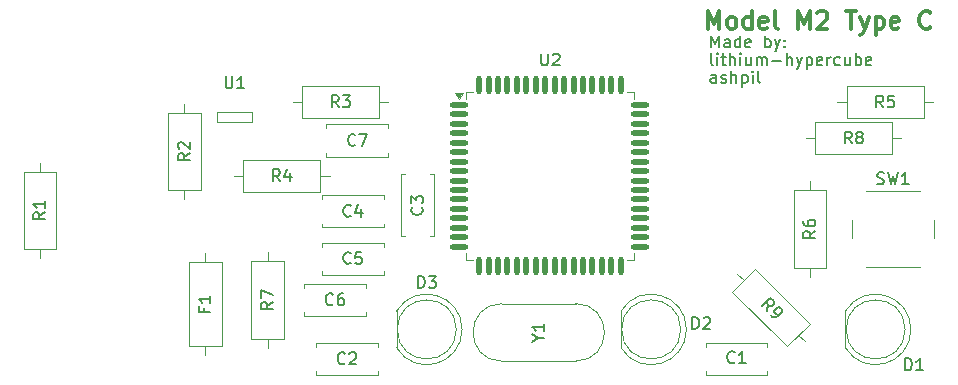
<source format=gbr>
%TF.GenerationSoftware,KiCad,Pcbnew,9.0.2*%
%TF.CreationDate,2025-06-17T12:36:07-07:00*%
%TF.ProjectId,controller,636f6e74-726f-46c6-9c65-722e6b696361,rev?*%
%TF.SameCoordinates,Original*%
%TF.FileFunction,Legend,Top*%
%TF.FilePolarity,Positive*%
%FSLAX46Y46*%
G04 Gerber Fmt 4.6, Leading zero omitted, Abs format (unit mm)*
G04 Created by KiCad (PCBNEW 9.0.2) date 2025-06-17 12:36:07*
%MOMM*%
%LPD*%
G01*
G04 APERTURE LIST*
G04 Aperture macros list*
%AMRoundRect*
0 Rectangle with rounded corners*
0 $1 Rounding radius*
0 $2 $3 $4 $5 $6 $7 $8 $9 X,Y pos of 4 corners*
0 Add a 4 corners polygon primitive as box body*
4,1,4,$2,$3,$4,$5,$6,$7,$8,$9,$2,$3,0*
0 Add four circle primitives for the rounded corners*
1,1,$1+$1,$2,$3*
1,1,$1+$1,$4,$5*
1,1,$1+$1,$6,$7*
1,1,$1+$1,$8,$9*
0 Add four rect primitives between the rounded corners*
20,1,$1+$1,$2,$3,$4,$5,0*
20,1,$1+$1,$4,$5,$6,$7,0*
20,1,$1+$1,$6,$7,$8,$9,0*
20,1,$1+$1,$8,$9,$2,$3,0*%
G04 Aperture macros list end*
%ADD10C,0.153000*%
%ADD11C,0.300000*%
%ADD12C,0.120000*%
%ADD13C,0.100000*%
%ADD14C,1.600000*%
%ADD15R,6.750000X6.000000*%
%ADD16R,1.000000X0.700000*%
%ADD17R,0.600000X0.700000*%
%ADD18C,2.000000*%
%ADD19RoundRect,0.137500X-0.600000X-0.137500X0.600000X-0.137500X0.600000X0.137500X-0.600000X0.137500X0*%
%ADD20RoundRect,0.137500X-0.137500X-0.600000X0.137500X-0.600000X0.137500X0.600000X-0.137500X0.600000X0*%
%ADD21R,1.800000X1.800000*%
%ADD22C,1.800000*%
%ADD23C,1.500000*%
%ADD24C,0.650000*%
%ADD25R,0.600000X2.450000*%
%ADD26R,0.300000X2.450000*%
G04 APERTURE END LIST*
D10*
X160767323Y-79119663D02*
X160767323Y-78595853D01*
X160767323Y-78595853D02*
X160719704Y-78500615D01*
X160719704Y-78500615D02*
X160624466Y-78452996D01*
X160624466Y-78452996D02*
X160433990Y-78452996D01*
X160433990Y-78452996D02*
X160338752Y-78500615D01*
X160767323Y-79072044D02*
X160672085Y-79119663D01*
X160672085Y-79119663D02*
X160433990Y-79119663D01*
X160433990Y-79119663D02*
X160338752Y-79072044D01*
X160338752Y-79072044D02*
X160291133Y-78976805D01*
X160291133Y-78976805D02*
X160291133Y-78881567D01*
X160291133Y-78881567D02*
X160338752Y-78786329D01*
X160338752Y-78786329D02*
X160433990Y-78738710D01*
X160433990Y-78738710D02*
X160672085Y-78738710D01*
X160672085Y-78738710D02*
X160767323Y-78691091D01*
X161195895Y-79072044D02*
X161291133Y-79119663D01*
X161291133Y-79119663D02*
X161481609Y-79119663D01*
X161481609Y-79119663D02*
X161576847Y-79072044D01*
X161576847Y-79072044D02*
X161624466Y-78976805D01*
X161624466Y-78976805D02*
X161624466Y-78929186D01*
X161624466Y-78929186D02*
X161576847Y-78833948D01*
X161576847Y-78833948D02*
X161481609Y-78786329D01*
X161481609Y-78786329D02*
X161338752Y-78786329D01*
X161338752Y-78786329D02*
X161243514Y-78738710D01*
X161243514Y-78738710D02*
X161195895Y-78643472D01*
X161195895Y-78643472D02*
X161195895Y-78595853D01*
X161195895Y-78595853D02*
X161243514Y-78500615D01*
X161243514Y-78500615D02*
X161338752Y-78452996D01*
X161338752Y-78452996D02*
X161481609Y-78452996D01*
X161481609Y-78452996D02*
X161576847Y-78500615D01*
X162053038Y-79119663D02*
X162053038Y-78119663D01*
X162481609Y-79119663D02*
X162481609Y-78595853D01*
X162481609Y-78595853D02*
X162433990Y-78500615D01*
X162433990Y-78500615D02*
X162338752Y-78452996D01*
X162338752Y-78452996D02*
X162195895Y-78452996D01*
X162195895Y-78452996D02*
X162100657Y-78500615D01*
X162100657Y-78500615D02*
X162053038Y-78548234D01*
X162957800Y-78452996D02*
X162957800Y-79452996D01*
X162957800Y-78500615D02*
X163053038Y-78452996D01*
X163053038Y-78452996D02*
X163243514Y-78452996D01*
X163243514Y-78452996D02*
X163338752Y-78500615D01*
X163338752Y-78500615D02*
X163386371Y-78548234D01*
X163386371Y-78548234D02*
X163433990Y-78643472D01*
X163433990Y-78643472D02*
X163433990Y-78929186D01*
X163433990Y-78929186D02*
X163386371Y-79024424D01*
X163386371Y-79024424D02*
X163338752Y-79072044D01*
X163338752Y-79072044D02*
X163243514Y-79119663D01*
X163243514Y-79119663D02*
X163053038Y-79119663D01*
X163053038Y-79119663D02*
X162957800Y-79072044D01*
X163862562Y-79119663D02*
X163862562Y-78452996D01*
X163862562Y-78119663D02*
X163814943Y-78167282D01*
X163814943Y-78167282D02*
X163862562Y-78214901D01*
X163862562Y-78214901D02*
X163910181Y-78167282D01*
X163910181Y-78167282D02*
X163862562Y-78119663D01*
X163862562Y-78119663D02*
X163862562Y-78214901D01*
X164481609Y-79119663D02*
X164386371Y-79072044D01*
X164386371Y-79072044D02*
X164338752Y-78976805D01*
X164338752Y-78976805D02*
X164338752Y-78119663D01*
X160338752Y-76119663D02*
X160338752Y-75119663D01*
X160338752Y-75119663D02*
X160672085Y-75833948D01*
X160672085Y-75833948D02*
X161005418Y-75119663D01*
X161005418Y-75119663D02*
X161005418Y-76119663D01*
X161910180Y-76119663D02*
X161910180Y-75595853D01*
X161910180Y-75595853D02*
X161862561Y-75500615D01*
X161862561Y-75500615D02*
X161767323Y-75452996D01*
X161767323Y-75452996D02*
X161576847Y-75452996D01*
X161576847Y-75452996D02*
X161481609Y-75500615D01*
X161910180Y-76072044D02*
X161814942Y-76119663D01*
X161814942Y-76119663D02*
X161576847Y-76119663D01*
X161576847Y-76119663D02*
X161481609Y-76072044D01*
X161481609Y-76072044D02*
X161433990Y-75976805D01*
X161433990Y-75976805D02*
X161433990Y-75881567D01*
X161433990Y-75881567D02*
X161481609Y-75786329D01*
X161481609Y-75786329D02*
X161576847Y-75738710D01*
X161576847Y-75738710D02*
X161814942Y-75738710D01*
X161814942Y-75738710D02*
X161910180Y-75691091D01*
X162814942Y-76119663D02*
X162814942Y-75119663D01*
X162814942Y-76072044D02*
X162719704Y-76119663D01*
X162719704Y-76119663D02*
X162529228Y-76119663D01*
X162529228Y-76119663D02*
X162433990Y-76072044D01*
X162433990Y-76072044D02*
X162386371Y-76024424D01*
X162386371Y-76024424D02*
X162338752Y-75929186D01*
X162338752Y-75929186D02*
X162338752Y-75643472D01*
X162338752Y-75643472D02*
X162386371Y-75548234D01*
X162386371Y-75548234D02*
X162433990Y-75500615D01*
X162433990Y-75500615D02*
X162529228Y-75452996D01*
X162529228Y-75452996D02*
X162719704Y-75452996D01*
X162719704Y-75452996D02*
X162814942Y-75500615D01*
X163672085Y-76072044D02*
X163576847Y-76119663D01*
X163576847Y-76119663D02*
X163386371Y-76119663D01*
X163386371Y-76119663D02*
X163291133Y-76072044D01*
X163291133Y-76072044D02*
X163243514Y-75976805D01*
X163243514Y-75976805D02*
X163243514Y-75595853D01*
X163243514Y-75595853D02*
X163291133Y-75500615D01*
X163291133Y-75500615D02*
X163386371Y-75452996D01*
X163386371Y-75452996D02*
X163576847Y-75452996D01*
X163576847Y-75452996D02*
X163672085Y-75500615D01*
X163672085Y-75500615D02*
X163719704Y-75595853D01*
X163719704Y-75595853D02*
X163719704Y-75691091D01*
X163719704Y-75691091D02*
X163243514Y-75786329D01*
X164910181Y-76119663D02*
X164910181Y-75119663D01*
X164910181Y-75500615D02*
X165005419Y-75452996D01*
X165005419Y-75452996D02*
X165195895Y-75452996D01*
X165195895Y-75452996D02*
X165291133Y-75500615D01*
X165291133Y-75500615D02*
X165338752Y-75548234D01*
X165338752Y-75548234D02*
X165386371Y-75643472D01*
X165386371Y-75643472D02*
X165386371Y-75929186D01*
X165386371Y-75929186D02*
X165338752Y-76024424D01*
X165338752Y-76024424D02*
X165291133Y-76072044D01*
X165291133Y-76072044D02*
X165195895Y-76119663D01*
X165195895Y-76119663D02*
X165005419Y-76119663D01*
X165005419Y-76119663D02*
X164910181Y-76072044D01*
X165719705Y-75452996D02*
X165957800Y-76119663D01*
X166195895Y-75452996D02*
X165957800Y-76119663D01*
X165957800Y-76119663D02*
X165862562Y-76357758D01*
X165862562Y-76357758D02*
X165814943Y-76405377D01*
X165814943Y-76405377D02*
X165719705Y-76452996D01*
X166576848Y-76024424D02*
X166624467Y-76072044D01*
X166624467Y-76072044D02*
X166576848Y-76119663D01*
X166576848Y-76119663D02*
X166529229Y-76072044D01*
X166529229Y-76072044D02*
X166576848Y-76024424D01*
X166576848Y-76024424D02*
X166576848Y-76119663D01*
X166576848Y-75500615D02*
X166624467Y-75548234D01*
X166624467Y-75548234D02*
X166576848Y-75595853D01*
X166576848Y-75595853D02*
X166529229Y-75548234D01*
X166529229Y-75548234D02*
X166576848Y-75500615D01*
X166576848Y-75500615D02*
X166576848Y-75595853D01*
D11*
X160054510Y-74550828D02*
X160054510Y-73050828D01*
X160054510Y-73050828D02*
X160554510Y-74122257D01*
X160554510Y-74122257D02*
X161054510Y-73050828D01*
X161054510Y-73050828D02*
X161054510Y-74550828D01*
X161983082Y-74550828D02*
X161840225Y-74479400D01*
X161840225Y-74479400D02*
X161768796Y-74407971D01*
X161768796Y-74407971D02*
X161697368Y-74265114D01*
X161697368Y-74265114D02*
X161697368Y-73836542D01*
X161697368Y-73836542D02*
X161768796Y-73693685D01*
X161768796Y-73693685D02*
X161840225Y-73622257D01*
X161840225Y-73622257D02*
X161983082Y-73550828D01*
X161983082Y-73550828D02*
X162197368Y-73550828D01*
X162197368Y-73550828D02*
X162340225Y-73622257D01*
X162340225Y-73622257D02*
X162411654Y-73693685D01*
X162411654Y-73693685D02*
X162483082Y-73836542D01*
X162483082Y-73836542D02*
X162483082Y-74265114D01*
X162483082Y-74265114D02*
X162411654Y-74407971D01*
X162411654Y-74407971D02*
X162340225Y-74479400D01*
X162340225Y-74479400D02*
X162197368Y-74550828D01*
X162197368Y-74550828D02*
X161983082Y-74550828D01*
X163768797Y-74550828D02*
X163768797Y-73050828D01*
X163768797Y-74479400D02*
X163625939Y-74550828D01*
X163625939Y-74550828D02*
X163340225Y-74550828D01*
X163340225Y-74550828D02*
X163197368Y-74479400D01*
X163197368Y-74479400D02*
X163125939Y-74407971D01*
X163125939Y-74407971D02*
X163054511Y-74265114D01*
X163054511Y-74265114D02*
X163054511Y-73836542D01*
X163054511Y-73836542D02*
X163125939Y-73693685D01*
X163125939Y-73693685D02*
X163197368Y-73622257D01*
X163197368Y-73622257D02*
X163340225Y-73550828D01*
X163340225Y-73550828D02*
X163625939Y-73550828D01*
X163625939Y-73550828D02*
X163768797Y-73622257D01*
X165054511Y-74479400D02*
X164911654Y-74550828D01*
X164911654Y-74550828D02*
X164625940Y-74550828D01*
X164625940Y-74550828D02*
X164483082Y-74479400D01*
X164483082Y-74479400D02*
X164411654Y-74336542D01*
X164411654Y-74336542D02*
X164411654Y-73765114D01*
X164411654Y-73765114D02*
X164483082Y-73622257D01*
X164483082Y-73622257D02*
X164625940Y-73550828D01*
X164625940Y-73550828D02*
X164911654Y-73550828D01*
X164911654Y-73550828D02*
X165054511Y-73622257D01*
X165054511Y-73622257D02*
X165125940Y-73765114D01*
X165125940Y-73765114D02*
X165125940Y-73907971D01*
X165125940Y-73907971D02*
X164411654Y-74050828D01*
X165983082Y-74550828D02*
X165840225Y-74479400D01*
X165840225Y-74479400D02*
X165768796Y-74336542D01*
X165768796Y-74336542D02*
X165768796Y-73050828D01*
X167697367Y-74550828D02*
X167697367Y-73050828D01*
X167697367Y-73050828D02*
X168197367Y-74122257D01*
X168197367Y-74122257D02*
X168697367Y-73050828D01*
X168697367Y-73050828D02*
X168697367Y-74550828D01*
X169340225Y-73193685D02*
X169411653Y-73122257D01*
X169411653Y-73122257D02*
X169554511Y-73050828D01*
X169554511Y-73050828D02*
X169911653Y-73050828D01*
X169911653Y-73050828D02*
X170054511Y-73122257D01*
X170054511Y-73122257D02*
X170125939Y-73193685D01*
X170125939Y-73193685D02*
X170197368Y-73336542D01*
X170197368Y-73336542D02*
X170197368Y-73479400D01*
X170197368Y-73479400D02*
X170125939Y-73693685D01*
X170125939Y-73693685D02*
X169268796Y-74550828D01*
X169268796Y-74550828D02*
X170197368Y-74550828D01*
X171768796Y-73050828D02*
X172625939Y-73050828D01*
X172197367Y-74550828D02*
X172197367Y-73050828D01*
X172983081Y-73550828D02*
X173340224Y-74550828D01*
X173697367Y-73550828D02*
X173340224Y-74550828D01*
X173340224Y-74550828D02*
X173197367Y-74907971D01*
X173197367Y-74907971D02*
X173125938Y-74979400D01*
X173125938Y-74979400D02*
X172983081Y-75050828D01*
X174268795Y-73550828D02*
X174268795Y-75050828D01*
X174268795Y-73622257D02*
X174411653Y-73550828D01*
X174411653Y-73550828D02*
X174697367Y-73550828D01*
X174697367Y-73550828D02*
X174840224Y-73622257D01*
X174840224Y-73622257D02*
X174911653Y-73693685D01*
X174911653Y-73693685D02*
X174983081Y-73836542D01*
X174983081Y-73836542D02*
X174983081Y-74265114D01*
X174983081Y-74265114D02*
X174911653Y-74407971D01*
X174911653Y-74407971D02*
X174840224Y-74479400D01*
X174840224Y-74479400D02*
X174697367Y-74550828D01*
X174697367Y-74550828D02*
X174411653Y-74550828D01*
X174411653Y-74550828D02*
X174268795Y-74479400D01*
X176197367Y-74479400D02*
X176054510Y-74550828D01*
X176054510Y-74550828D02*
X175768796Y-74550828D01*
X175768796Y-74550828D02*
X175625938Y-74479400D01*
X175625938Y-74479400D02*
X175554510Y-74336542D01*
X175554510Y-74336542D02*
X175554510Y-73765114D01*
X175554510Y-73765114D02*
X175625938Y-73622257D01*
X175625938Y-73622257D02*
X175768796Y-73550828D01*
X175768796Y-73550828D02*
X176054510Y-73550828D01*
X176054510Y-73550828D02*
X176197367Y-73622257D01*
X176197367Y-73622257D02*
X176268796Y-73765114D01*
X176268796Y-73765114D02*
X176268796Y-73907971D01*
X176268796Y-73907971D02*
X175554510Y-74050828D01*
X178911652Y-74407971D02*
X178840224Y-74479400D01*
X178840224Y-74479400D02*
X178625938Y-74550828D01*
X178625938Y-74550828D02*
X178483081Y-74550828D01*
X178483081Y-74550828D02*
X178268795Y-74479400D01*
X178268795Y-74479400D02*
X178125938Y-74336542D01*
X178125938Y-74336542D02*
X178054509Y-74193685D01*
X178054509Y-74193685D02*
X177983081Y-73907971D01*
X177983081Y-73907971D02*
X177983081Y-73693685D01*
X177983081Y-73693685D02*
X178054509Y-73407971D01*
X178054509Y-73407971D02*
X178125938Y-73265114D01*
X178125938Y-73265114D02*
X178268795Y-73122257D01*
X178268795Y-73122257D02*
X178483081Y-73050828D01*
X178483081Y-73050828D02*
X178625938Y-73050828D01*
X178625938Y-73050828D02*
X178840224Y-73122257D01*
X178840224Y-73122257D02*
X178911652Y-73193685D01*
D10*
X160481609Y-77619663D02*
X160386371Y-77572044D01*
X160386371Y-77572044D02*
X160338752Y-77476805D01*
X160338752Y-77476805D02*
X160338752Y-76619663D01*
X160862562Y-77619663D02*
X160862562Y-76952996D01*
X160862562Y-76619663D02*
X160814943Y-76667282D01*
X160814943Y-76667282D02*
X160862562Y-76714901D01*
X160862562Y-76714901D02*
X160910181Y-76667282D01*
X160910181Y-76667282D02*
X160862562Y-76619663D01*
X160862562Y-76619663D02*
X160862562Y-76714901D01*
X161195895Y-76952996D02*
X161576847Y-76952996D01*
X161338752Y-76619663D02*
X161338752Y-77476805D01*
X161338752Y-77476805D02*
X161386371Y-77572044D01*
X161386371Y-77572044D02*
X161481609Y-77619663D01*
X161481609Y-77619663D02*
X161576847Y-77619663D01*
X161910181Y-77619663D02*
X161910181Y-76619663D01*
X162338752Y-77619663D02*
X162338752Y-77095853D01*
X162338752Y-77095853D02*
X162291133Y-77000615D01*
X162291133Y-77000615D02*
X162195895Y-76952996D01*
X162195895Y-76952996D02*
X162053038Y-76952996D01*
X162053038Y-76952996D02*
X161957800Y-77000615D01*
X161957800Y-77000615D02*
X161910181Y-77048234D01*
X162814943Y-77619663D02*
X162814943Y-76952996D01*
X162814943Y-76619663D02*
X162767324Y-76667282D01*
X162767324Y-76667282D02*
X162814943Y-76714901D01*
X162814943Y-76714901D02*
X162862562Y-76667282D01*
X162862562Y-76667282D02*
X162814943Y-76619663D01*
X162814943Y-76619663D02*
X162814943Y-76714901D01*
X163719704Y-76952996D02*
X163719704Y-77619663D01*
X163291133Y-76952996D02*
X163291133Y-77476805D01*
X163291133Y-77476805D02*
X163338752Y-77572044D01*
X163338752Y-77572044D02*
X163433990Y-77619663D01*
X163433990Y-77619663D02*
X163576847Y-77619663D01*
X163576847Y-77619663D02*
X163672085Y-77572044D01*
X163672085Y-77572044D02*
X163719704Y-77524424D01*
X164195895Y-77619663D02*
X164195895Y-76952996D01*
X164195895Y-77048234D02*
X164243514Y-77000615D01*
X164243514Y-77000615D02*
X164338752Y-76952996D01*
X164338752Y-76952996D02*
X164481609Y-76952996D01*
X164481609Y-76952996D02*
X164576847Y-77000615D01*
X164576847Y-77000615D02*
X164624466Y-77095853D01*
X164624466Y-77095853D02*
X164624466Y-77619663D01*
X164624466Y-77095853D02*
X164672085Y-77000615D01*
X164672085Y-77000615D02*
X164767323Y-76952996D01*
X164767323Y-76952996D02*
X164910180Y-76952996D01*
X164910180Y-76952996D02*
X165005419Y-77000615D01*
X165005419Y-77000615D02*
X165053038Y-77095853D01*
X165053038Y-77095853D02*
X165053038Y-77619663D01*
X165529228Y-77238710D02*
X166291133Y-77238710D01*
X166767323Y-77619663D02*
X166767323Y-76619663D01*
X167195894Y-77619663D02*
X167195894Y-77095853D01*
X167195894Y-77095853D02*
X167148275Y-77000615D01*
X167148275Y-77000615D02*
X167053037Y-76952996D01*
X167053037Y-76952996D02*
X166910180Y-76952996D01*
X166910180Y-76952996D02*
X166814942Y-77000615D01*
X166814942Y-77000615D02*
X166767323Y-77048234D01*
X167576847Y-76952996D02*
X167814942Y-77619663D01*
X168053037Y-76952996D02*
X167814942Y-77619663D01*
X167814942Y-77619663D02*
X167719704Y-77857758D01*
X167719704Y-77857758D02*
X167672085Y-77905377D01*
X167672085Y-77905377D02*
X167576847Y-77952996D01*
X168433990Y-76952996D02*
X168433990Y-77952996D01*
X168433990Y-77000615D02*
X168529228Y-76952996D01*
X168529228Y-76952996D02*
X168719704Y-76952996D01*
X168719704Y-76952996D02*
X168814942Y-77000615D01*
X168814942Y-77000615D02*
X168862561Y-77048234D01*
X168862561Y-77048234D02*
X168910180Y-77143472D01*
X168910180Y-77143472D02*
X168910180Y-77429186D01*
X168910180Y-77429186D02*
X168862561Y-77524424D01*
X168862561Y-77524424D02*
X168814942Y-77572044D01*
X168814942Y-77572044D02*
X168719704Y-77619663D01*
X168719704Y-77619663D02*
X168529228Y-77619663D01*
X168529228Y-77619663D02*
X168433990Y-77572044D01*
X169719704Y-77572044D02*
X169624466Y-77619663D01*
X169624466Y-77619663D02*
X169433990Y-77619663D01*
X169433990Y-77619663D02*
X169338752Y-77572044D01*
X169338752Y-77572044D02*
X169291133Y-77476805D01*
X169291133Y-77476805D02*
X169291133Y-77095853D01*
X169291133Y-77095853D02*
X169338752Y-77000615D01*
X169338752Y-77000615D02*
X169433990Y-76952996D01*
X169433990Y-76952996D02*
X169624466Y-76952996D01*
X169624466Y-76952996D02*
X169719704Y-77000615D01*
X169719704Y-77000615D02*
X169767323Y-77095853D01*
X169767323Y-77095853D02*
X169767323Y-77191091D01*
X169767323Y-77191091D02*
X169291133Y-77286329D01*
X170195895Y-77619663D02*
X170195895Y-76952996D01*
X170195895Y-77143472D02*
X170243514Y-77048234D01*
X170243514Y-77048234D02*
X170291133Y-77000615D01*
X170291133Y-77000615D02*
X170386371Y-76952996D01*
X170386371Y-76952996D02*
X170481609Y-76952996D01*
X171243514Y-77572044D02*
X171148276Y-77619663D01*
X171148276Y-77619663D02*
X170957800Y-77619663D01*
X170957800Y-77619663D02*
X170862562Y-77572044D01*
X170862562Y-77572044D02*
X170814943Y-77524424D01*
X170814943Y-77524424D02*
X170767324Y-77429186D01*
X170767324Y-77429186D02*
X170767324Y-77143472D01*
X170767324Y-77143472D02*
X170814943Y-77048234D01*
X170814943Y-77048234D02*
X170862562Y-77000615D01*
X170862562Y-77000615D02*
X170957800Y-76952996D01*
X170957800Y-76952996D02*
X171148276Y-76952996D01*
X171148276Y-76952996D02*
X171243514Y-77000615D01*
X172100657Y-76952996D02*
X172100657Y-77619663D01*
X171672086Y-76952996D02*
X171672086Y-77476805D01*
X171672086Y-77476805D02*
X171719705Y-77572044D01*
X171719705Y-77572044D02*
X171814943Y-77619663D01*
X171814943Y-77619663D02*
X171957800Y-77619663D01*
X171957800Y-77619663D02*
X172053038Y-77572044D01*
X172053038Y-77572044D02*
X172100657Y-77524424D01*
X172576848Y-77619663D02*
X172576848Y-76619663D01*
X172576848Y-77000615D02*
X172672086Y-76952996D01*
X172672086Y-76952996D02*
X172862562Y-76952996D01*
X172862562Y-76952996D02*
X172957800Y-77000615D01*
X172957800Y-77000615D02*
X173005419Y-77048234D01*
X173005419Y-77048234D02*
X173053038Y-77143472D01*
X173053038Y-77143472D02*
X173053038Y-77429186D01*
X173053038Y-77429186D02*
X173005419Y-77524424D01*
X173005419Y-77524424D02*
X172957800Y-77572044D01*
X172957800Y-77572044D02*
X172862562Y-77619663D01*
X172862562Y-77619663D02*
X172672086Y-77619663D01*
X172672086Y-77619663D02*
X172576848Y-77572044D01*
X173862562Y-77572044D02*
X173767324Y-77619663D01*
X173767324Y-77619663D02*
X173576848Y-77619663D01*
X173576848Y-77619663D02*
X173481610Y-77572044D01*
X173481610Y-77572044D02*
X173433991Y-77476805D01*
X173433991Y-77476805D02*
X173433991Y-77095853D01*
X173433991Y-77095853D02*
X173481610Y-77000615D01*
X173481610Y-77000615D02*
X173576848Y-76952996D01*
X173576848Y-76952996D02*
X173767324Y-76952996D01*
X173767324Y-76952996D02*
X173862562Y-77000615D01*
X173862562Y-77000615D02*
X173910181Y-77095853D01*
X173910181Y-77095853D02*
X173910181Y-77191091D01*
X173910181Y-77191091D02*
X173433991Y-77286329D01*
X128333333Y-97859424D02*
X128285714Y-97907044D01*
X128285714Y-97907044D02*
X128142857Y-97954663D01*
X128142857Y-97954663D02*
X128047619Y-97954663D01*
X128047619Y-97954663D02*
X127904762Y-97907044D01*
X127904762Y-97907044D02*
X127809524Y-97811805D01*
X127809524Y-97811805D02*
X127761905Y-97716567D01*
X127761905Y-97716567D02*
X127714286Y-97526091D01*
X127714286Y-97526091D02*
X127714286Y-97383234D01*
X127714286Y-97383234D02*
X127761905Y-97192758D01*
X127761905Y-97192758D02*
X127809524Y-97097520D01*
X127809524Y-97097520D02*
X127904762Y-97002282D01*
X127904762Y-97002282D02*
X128047619Y-96954663D01*
X128047619Y-96954663D02*
X128142857Y-96954663D01*
X128142857Y-96954663D02*
X128285714Y-97002282D01*
X128285714Y-97002282D02*
X128333333Y-97049901D01*
X129190476Y-96954663D02*
X129000000Y-96954663D01*
X129000000Y-96954663D02*
X128904762Y-97002282D01*
X128904762Y-97002282D02*
X128857143Y-97049901D01*
X128857143Y-97049901D02*
X128761905Y-97192758D01*
X128761905Y-97192758D02*
X128714286Y-97383234D01*
X128714286Y-97383234D02*
X128714286Y-97764186D01*
X128714286Y-97764186D02*
X128761905Y-97859424D01*
X128761905Y-97859424D02*
X128809524Y-97907044D01*
X128809524Y-97907044D02*
X128904762Y-97954663D01*
X128904762Y-97954663D02*
X129095238Y-97954663D01*
X129095238Y-97954663D02*
X129190476Y-97907044D01*
X129190476Y-97907044D02*
X129238095Y-97859424D01*
X129238095Y-97859424D02*
X129285714Y-97764186D01*
X129285714Y-97764186D02*
X129285714Y-97526091D01*
X129285714Y-97526091D02*
X129238095Y-97430853D01*
X129238095Y-97430853D02*
X129190476Y-97383234D01*
X129190476Y-97383234D02*
X129095238Y-97335615D01*
X129095238Y-97335615D02*
X128904762Y-97335615D01*
X128904762Y-97335615D02*
X128809524Y-97383234D01*
X128809524Y-97383234D02*
X128761905Y-97430853D01*
X128761905Y-97430853D02*
X128714286Y-97526091D01*
X165068550Y-98461541D02*
X165169566Y-97889121D01*
X164664489Y-98057480D02*
X165371596Y-97350373D01*
X165371596Y-97350373D02*
X165640970Y-97619747D01*
X165640970Y-97619747D02*
X165674642Y-97720762D01*
X165674642Y-97720762D02*
X165674642Y-97788106D01*
X165674642Y-97788106D02*
X165640970Y-97889121D01*
X165640970Y-97889121D02*
X165539955Y-97990137D01*
X165539955Y-97990137D02*
X165438940Y-98023808D01*
X165438940Y-98023808D02*
X165371596Y-98023808D01*
X165371596Y-98023808D02*
X165270581Y-97990137D01*
X165270581Y-97990137D02*
X165001207Y-97720762D01*
X165405268Y-98798259D02*
X165539955Y-98932946D01*
X165539955Y-98932946D02*
X165640970Y-98966617D01*
X165640970Y-98966617D02*
X165708314Y-98966617D01*
X165708314Y-98966617D02*
X165876672Y-98932946D01*
X165876672Y-98932946D02*
X166045031Y-98831930D01*
X166045031Y-98831930D02*
X166314405Y-98562556D01*
X166314405Y-98562556D02*
X166348077Y-98461541D01*
X166348077Y-98461541D02*
X166348077Y-98394198D01*
X166348077Y-98394198D02*
X166314405Y-98293182D01*
X166314405Y-98293182D02*
X166179718Y-98158495D01*
X166179718Y-98158495D02*
X166078703Y-98124824D01*
X166078703Y-98124824D02*
X166011359Y-98124824D01*
X166011359Y-98124824D02*
X165910344Y-98158495D01*
X165910344Y-98158495D02*
X165741985Y-98326854D01*
X165741985Y-98326854D02*
X165708314Y-98427869D01*
X165708314Y-98427869D02*
X165708314Y-98495213D01*
X165708314Y-98495213D02*
X165741985Y-98596228D01*
X165741985Y-98596228D02*
X165876672Y-98730915D01*
X165876672Y-98730915D02*
X165977688Y-98764587D01*
X165977688Y-98764587D02*
X166045031Y-98764587D01*
X166045031Y-98764587D02*
X166146046Y-98730915D01*
X129333333Y-102859424D02*
X129285714Y-102907044D01*
X129285714Y-102907044D02*
X129142857Y-102954663D01*
X129142857Y-102954663D02*
X129047619Y-102954663D01*
X129047619Y-102954663D02*
X128904762Y-102907044D01*
X128904762Y-102907044D02*
X128809524Y-102811805D01*
X128809524Y-102811805D02*
X128761905Y-102716567D01*
X128761905Y-102716567D02*
X128714286Y-102526091D01*
X128714286Y-102526091D02*
X128714286Y-102383234D01*
X128714286Y-102383234D02*
X128761905Y-102192758D01*
X128761905Y-102192758D02*
X128809524Y-102097520D01*
X128809524Y-102097520D02*
X128904762Y-102002282D01*
X128904762Y-102002282D02*
X129047619Y-101954663D01*
X129047619Y-101954663D02*
X129142857Y-101954663D01*
X129142857Y-101954663D02*
X129285714Y-102002282D01*
X129285714Y-102002282D02*
X129333333Y-102049901D01*
X129714286Y-102049901D02*
X129761905Y-102002282D01*
X129761905Y-102002282D02*
X129857143Y-101954663D01*
X129857143Y-101954663D02*
X130095238Y-101954663D01*
X130095238Y-101954663D02*
X130190476Y-102002282D01*
X130190476Y-102002282D02*
X130238095Y-102049901D01*
X130238095Y-102049901D02*
X130285714Y-102145139D01*
X130285714Y-102145139D02*
X130285714Y-102240377D01*
X130285714Y-102240377D02*
X130238095Y-102383234D01*
X130238095Y-102383234D02*
X129666667Y-102954663D01*
X129666667Y-102954663D02*
X130285714Y-102954663D01*
X123833333Y-87454663D02*
X123500000Y-86978472D01*
X123261905Y-87454663D02*
X123261905Y-86454663D01*
X123261905Y-86454663D02*
X123642857Y-86454663D01*
X123642857Y-86454663D02*
X123738095Y-86502282D01*
X123738095Y-86502282D02*
X123785714Y-86549901D01*
X123785714Y-86549901D02*
X123833333Y-86645139D01*
X123833333Y-86645139D02*
X123833333Y-86787996D01*
X123833333Y-86787996D02*
X123785714Y-86883234D01*
X123785714Y-86883234D02*
X123738095Y-86930853D01*
X123738095Y-86930853D02*
X123642857Y-86978472D01*
X123642857Y-86978472D02*
X123261905Y-86978472D01*
X124690476Y-86787996D02*
X124690476Y-87454663D01*
X124452381Y-86407044D02*
X124214286Y-87121329D01*
X124214286Y-87121329D02*
X124833333Y-87121329D01*
X119238095Y-78579663D02*
X119238095Y-79389186D01*
X119238095Y-79389186D02*
X119285714Y-79484424D01*
X119285714Y-79484424D02*
X119333333Y-79532044D01*
X119333333Y-79532044D02*
X119428571Y-79579663D01*
X119428571Y-79579663D02*
X119619047Y-79579663D01*
X119619047Y-79579663D02*
X119714285Y-79532044D01*
X119714285Y-79532044D02*
X119761904Y-79484424D01*
X119761904Y-79484424D02*
X119809523Y-79389186D01*
X119809523Y-79389186D02*
X119809523Y-78579663D01*
X120809523Y-79579663D02*
X120238095Y-79579663D01*
X120523809Y-79579663D02*
X120523809Y-78579663D01*
X120523809Y-78579663D02*
X120428571Y-78722520D01*
X120428571Y-78722520D02*
X120333333Y-78817758D01*
X120333333Y-78817758D02*
X120238095Y-78865377D01*
X174416667Y-87657044D02*
X174559524Y-87704663D01*
X174559524Y-87704663D02*
X174797619Y-87704663D01*
X174797619Y-87704663D02*
X174892857Y-87657044D01*
X174892857Y-87657044D02*
X174940476Y-87609424D01*
X174940476Y-87609424D02*
X174988095Y-87514186D01*
X174988095Y-87514186D02*
X174988095Y-87418948D01*
X174988095Y-87418948D02*
X174940476Y-87323710D01*
X174940476Y-87323710D02*
X174892857Y-87276091D01*
X174892857Y-87276091D02*
X174797619Y-87228472D01*
X174797619Y-87228472D02*
X174607143Y-87180853D01*
X174607143Y-87180853D02*
X174511905Y-87133234D01*
X174511905Y-87133234D02*
X174464286Y-87085615D01*
X174464286Y-87085615D02*
X174416667Y-86990377D01*
X174416667Y-86990377D02*
X174416667Y-86895139D01*
X174416667Y-86895139D02*
X174464286Y-86799901D01*
X174464286Y-86799901D02*
X174511905Y-86752282D01*
X174511905Y-86752282D02*
X174607143Y-86704663D01*
X174607143Y-86704663D02*
X174845238Y-86704663D01*
X174845238Y-86704663D02*
X174988095Y-86752282D01*
X175321429Y-86704663D02*
X175559524Y-87704663D01*
X175559524Y-87704663D02*
X175750000Y-86990377D01*
X175750000Y-86990377D02*
X175940476Y-87704663D01*
X175940476Y-87704663D02*
X176178572Y-86704663D01*
X177083333Y-87704663D02*
X176511905Y-87704663D01*
X176797619Y-87704663D02*
X176797619Y-86704663D01*
X176797619Y-86704663D02*
X176702381Y-86847520D01*
X176702381Y-86847520D02*
X176607143Y-86942758D01*
X176607143Y-86942758D02*
X176511905Y-86990377D01*
X128818333Y-81184663D02*
X128485000Y-80708472D01*
X128246905Y-81184663D02*
X128246905Y-80184663D01*
X128246905Y-80184663D02*
X128627857Y-80184663D01*
X128627857Y-80184663D02*
X128723095Y-80232282D01*
X128723095Y-80232282D02*
X128770714Y-80279901D01*
X128770714Y-80279901D02*
X128818333Y-80375139D01*
X128818333Y-80375139D02*
X128818333Y-80517996D01*
X128818333Y-80517996D02*
X128770714Y-80613234D01*
X128770714Y-80613234D02*
X128723095Y-80660853D01*
X128723095Y-80660853D02*
X128627857Y-80708472D01*
X128627857Y-80708472D02*
X128246905Y-80708472D01*
X129151667Y-80184663D02*
X129770714Y-80184663D01*
X129770714Y-80184663D02*
X129437381Y-80565615D01*
X129437381Y-80565615D02*
X129580238Y-80565615D01*
X129580238Y-80565615D02*
X129675476Y-80613234D01*
X129675476Y-80613234D02*
X129723095Y-80660853D01*
X129723095Y-80660853D02*
X129770714Y-80756091D01*
X129770714Y-80756091D02*
X129770714Y-80994186D01*
X129770714Y-80994186D02*
X129723095Y-81089424D01*
X129723095Y-81089424D02*
X129675476Y-81137044D01*
X129675476Y-81137044D02*
X129580238Y-81184663D01*
X129580238Y-81184663D02*
X129294524Y-81184663D01*
X129294524Y-81184663D02*
X129199286Y-81137044D01*
X129199286Y-81137044D02*
X129151667Y-81089424D01*
X130233333Y-84359424D02*
X130185714Y-84407044D01*
X130185714Y-84407044D02*
X130042857Y-84454663D01*
X130042857Y-84454663D02*
X129947619Y-84454663D01*
X129947619Y-84454663D02*
X129804762Y-84407044D01*
X129804762Y-84407044D02*
X129709524Y-84311805D01*
X129709524Y-84311805D02*
X129661905Y-84216567D01*
X129661905Y-84216567D02*
X129614286Y-84026091D01*
X129614286Y-84026091D02*
X129614286Y-83883234D01*
X129614286Y-83883234D02*
X129661905Y-83692758D01*
X129661905Y-83692758D02*
X129709524Y-83597520D01*
X129709524Y-83597520D02*
X129804762Y-83502282D01*
X129804762Y-83502282D02*
X129947619Y-83454663D01*
X129947619Y-83454663D02*
X130042857Y-83454663D01*
X130042857Y-83454663D02*
X130185714Y-83502282D01*
X130185714Y-83502282D02*
X130233333Y-83549901D01*
X130566667Y-83454663D02*
X131233333Y-83454663D01*
X131233333Y-83454663D02*
X130804762Y-84454663D01*
X145938095Y-76654663D02*
X145938095Y-77464186D01*
X145938095Y-77464186D02*
X145985714Y-77559424D01*
X145985714Y-77559424D02*
X146033333Y-77607044D01*
X146033333Y-77607044D02*
X146128571Y-77654663D01*
X146128571Y-77654663D02*
X146319047Y-77654663D01*
X146319047Y-77654663D02*
X146414285Y-77607044D01*
X146414285Y-77607044D02*
X146461904Y-77559424D01*
X146461904Y-77559424D02*
X146509523Y-77464186D01*
X146509523Y-77464186D02*
X146509523Y-76654663D01*
X146938095Y-76749901D02*
X146985714Y-76702282D01*
X146985714Y-76702282D02*
X147080952Y-76654663D01*
X147080952Y-76654663D02*
X147319047Y-76654663D01*
X147319047Y-76654663D02*
X147414285Y-76702282D01*
X147414285Y-76702282D02*
X147461904Y-76749901D01*
X147461904Y-76749901D02*
X147509523Y-76845139D01*
X147509523Y-76845139D02*
X147509523Y-76940377D01*
X147509523Y-76940377D02*
X147461904Y-77083234D01*
X147461904Y-77083234D02*
X146890476Y-77654663D01*
X146890476Y-77654663D02*
X147509523Y-77654663D01*
X176761905Y-103454663D02*
X176761905Y-102454663D01*
X176761905Y-102454663D02*
X177000000Y-102454663D01*
X177000000Y-102454663D02*
X177142857Y-102502282D01*
X177142857Y-102502282D02*
X177238095Y-102597520D01*
X177238095Y-102597520D02*
X177285714Y-102692758D01*
X177285714Y-102692758D02*
X177333333Y-102883234D01*
X177333333Y-102883234D02*
X177333333Y-103026091D01*
X177333333Y-103026091D02*
X177285714Y-103216567D01*
X177285714Y-103216567D02*
X177238095Y-103311805D01*
X177238095Y-103311805D02*
X177142857Y-103407044D01*
X177142857Y-103407044D02*
X177000000Y-103454663D01*
X177000000Y-103454663D02*
X176761905Y-103454663D01*
X178285714Y-103454663D02*
X177714286Y-103454663D01*
X178000000Y-103454663D02*
X178000000Y-102454663D01*
X178000000Y-102454663D02*
X177904762Y-102597520D01*
X177904762Y-102597520D02*
X177809524Y-102692758D01*
X177809524Y-102692758D02*
X177714286Y-102740377D01*
X129833333Y-90359424D02*
X129785714Y-90407044D01*
X129785714Y-90407044D02*
X129642857Y-90454663D01*
X129642857Y-90454663D02*
X129547619Y-90454663D01*
X129547619Y-90454663D02*
X129404762Y-90407044D01*
X129404762Y-90407044D02*
X129309524Y-90311805D01*
X129309524Y-90311805D02*
X129261905Y-90216567D01*
X129261905Y-90216567D02*
X129214286Y-90026091D01*
X129214286Y-90026091D02*
X129214286Y-89883234D01*
X129214286Y-89883234D02*
X129261905Y-89692758D01*
X129261905Y-89692758D02*
X129309524Y-89597520D01*
X129309524Y-89597520D02*
X129404762Y-89502282D01*
X129404762Y-89502282D02*
X129547619Y-89454663D01*
X129547619Y-89454663D02*
X129642857Y-89454663D01*
X129642857Y-89454663D02*
X129785714Y-89502282D01*
X129785714Y-89502282D02*
X129833333Y-89549901D01*
X130690476Y-89787996D02*
X130690476Y-90454663D01*
X130452381Y-89407044D02*
X130214286Y-90121329D01*
X130214286Y-90121329D02*
X130833333Y-90121329D01*
X145718472Y-100726190D02*
X146194663Y-100726190D01*
X145194663Y-101059523D02*
X145718472Y-100726190D01*
X145718472Y-100726190D02*
X145194663Y-100392857D01*
X146194663Y-99535714D02*
X146194663Y-100107142D01*
X146194663Y-99821428D02*
X145194663Y-99821428D01*
X145194663Y-99821428D02*
X145337520Y-99916666D01*
X145337520Y-99916666D02*
X145432758Y-100011904D01*
X145432758Y-100011904D02*
X145480377Y-100107142D01*
X169154663Y-91666666D02*
X168678472Y-91999999D01*
X169154663Y-92238094D02*
X168154663Y-92238094D01*
X168154663Y-92238094D02*
X168154663Y-91857142D01*
X168154663Y-91857142D02*
X168202282Y-91761904D01*
X168202282Y-91761904D02*
X168249901Y-91714285D01*
X168249901Y-91714285D02*
X168345139Y-91666666D01*
X168345139Y-91666666D02*
X168487996Y-91666666D01*
X168487996Y-91666666D02*
X168583234Y-91714285D01*
X168583234Y-91714285D02*
X168630853Y-91761904D01*
X168630853Y-91761904D02*
X168678472Y-91857142D01*
X168678472Y-91857142D02*
X168678472Y-92238094D01*
X168154663Y-90809523D02*
X168154663Y-90999999D01*
X168154663Y-90999999D02*
X168202282Y-91095237D01*
X168202282Y-91095237D02*
X168249901Y-91142856D01*
X168249901Y-91142856D02*
X168392758Y-91238094D01*
X168392758Y-91238094D02*
X168583234Y-91285713D01*
X168583234Y-91285713D02*
X168964186Y-91285713D01*
X168964186Y-91285713D02*
X169059424Y-91238094D01*
X169059424Y-91238094D02*
X169107044Y-91190475D01*
X169107044Y-91190475D02*
X169154663Y-91095237D01*
X169154663Y-91095237D02*
X169154663Y-90904761D01*
X169154663Y-90904761D02*
X169107044Y-90809523D01*
X169107044Y-90809523D02*
X169059424Y-90761904D01*
X169059424Y-90761904D02*
X168964186Y-90714285D01*
X168964186Y-90714285D02*
X168726091Y-90714285D01*
X168726091Y-90714285D02*
X168630853Y-90761904D01*
X168630853Y-90761904D02*
X168583234Y-90809523D01*
X168583234Y-90809523D02*
X168535615Y-90904761D01*
X168535615Y-90904761D02*
X168535615Y-91095237D01*
X168535615Y-91095237D02*
X168583234Y-91190475D01*
X168583234Y-91190475D02*
X168630853Y-91238094D01*
X168630853Y-91238094D02*
X168726091Y-91285713D01*
X158761905Y-99954663D02*
X158761905Y-98954663D01*
X158761905Y-98954663D02*
X159000000Y-98954663D01*
X159000000Y-98954663D02*
X159142857Y-99002282D01*
X159142857Y-99002282D02*
X159238095Y-99097520D01*
X159238095Y-99097520D02*
X159285714Y-99192758D01*
X159285714Y-99192758D02*
X159333333Y-99383234D01*
X159333333Y-99383234D02*
X159333333Y-99526091D01*
X159333333Y-99526091D02*
X159285714Y-99716567D01*
X159285714Y-99716567D02*
X159238095Y-99811805D01*
X159238095Y-99811805D02*
X159142857Y-99907044D01*
X159142857Y-99907044D02*
X159000000Y-99954663D01*
X159000000Y-99954663D02*
X158761905Y-99954663D01*
X159714286Y-99049901D02*
X159761905Y-99002282D01*
X159761905Y-99002282D02*
X159857143Y-98954663D01*
X159857143Y-98954663D02*
X160095238Y-98954663D01*
X160095238Y-98954663D02*
X160190476Y-99002282D01*
X160190476Y-99002282D02*
X160238095Y-99049901D01*
X160238095Y-99049901D02*
X160285714Y-99145139D01*
X160285714Y-99145139D02*
X160285714Y-99240377D01*
X160285714Y-99240377D02*
X160238095Y-99383234D01*
X160238095Y-99383234D02*
X159666667Y-99954663D01*
X159666667Y-99954663D02*
X160285714Y-99954663D01*
X123254663Y-97676665D02*
X122778472Y-98009998D01*
X123254663Y-98248093D02*
X122254663Y-98248093D01*
X122254663Y-98248093D02*
X122254663Y-97867141D01*
X122254663Y-97867141D02*
X122302282Y-97771903D01*
X122302282Y-97771903D02*
X122349901Y-97724284D01*
X122349901Y-97724284D02*
X122445139Y-97676665D01*
X122445139Y-97676665D02*
X122587996Y-97676665D01*
X122587996Y-97676665D02*
X122683234Y-97724284D01*
X122683234Y-97724284D02*
X122730853Y-97771903D01*
X122730853Y-97771903D02*
X122778472Y-97867141D01*
X122778472Y-97867141D02*
X122778472Y-98248093D01*
X122254663Y-97343331D02*
X122254663Y-96676665D01*
X122254663Y-96676665D02*
X123254663Y-97105236D01*
X129833333Y-94359424D02*
X129785714Y-94407044D01*
X129785714Y-94407044D02*
X129642857Y-94454663D01*
X129642857Y-94454663D02*
X129547619Y-94454663D01*
X129547619Y-94454663D02*
X129404762Y-94407044D01*
X129404762Y-94407044D02*
X129309524Y-94311805D01*
X129309524Y-94311805D02*
X129261905Y-94216567D01*
X129261905Y-94216567D02*
X129214286Y-94026091D01*
X129214286Y-94026091D02*
X129214286Y-93883234D01*
X129214286Y-93883234D02*
X129261905Y-93692758D01*
X129261905Y-93692758D02*
X129309524Y-93597520D01*
X129309524Y-93597520D02*
X129404762Y-93502282D01*
X129404762Y-93502282D02*
X129547619Y-93454663D01*
X129547619Y-93454663D02*
X129642857Y-93454663D01*
X129642857Y-93454663D02*
X129785714Y-93502282D01*
X129785714Y-93502282D02*
X129833333Y-93549901D01*
X130738095Y-93454663D02*
X130261905Y-93454663D01*
X130261905Y-93454663D02*
X130214286Y-93930853D01*
X130214286Y-93930853D02*
X130261905Y-93883234D01*
X130261905Y-93883234D02*
X130357143Y-93835615D01*
X130357143Y-93835615D02*
X130595238Y-93835615D01*
X130595238Y-93835615D02*
X130690476Y-93883234D01*
X130690476Y-93883234D02*
X130738095Y-93930853D01*
X130738095Y-93930853D02*
X130785714Y-94026091D01*
X130785714Y-94026091D02*
X130785714Y-94264186D01*
X130785714Y-94264186D02*
X130738095Y-94359424D01*
X130738095Y-94359424D02*
X130690476Y-94407044D01*
X130690476Y-94407044D02*
X130595238Y-94454663D01*
X130595238Y-94454663D02*
X130357143Y-94454663D01*
X130357143Y-94454663D02*
X130261905Y-94407044D01*
X130261905Y-94407044D02*
X130214286Y-94359424D01*
X172253333Y-84254663D02*
X171920000Y-83778472D01*
X171681905Y-84254663D02*
X171681905Y-83254663D01*
X171681905Y-83254663D02*
X172062857Y-83254663D01*
X172062857Y-83254663D02*
X172158095Y-83302282D01*
X172158095Y-83302282D02*
X172205714Y-83349901D01*
X172205714Y-83349901D02*
X172253333Y-83445139D01*
X172253333Y-83445139D02*
X172253333Y-83587996D01*
X172253333Y-83587996D02*
X172205714Y-83683234D01*
X172205714Y-83683234D02*
X172158095Y-83730853D01*
X172158095Y-83730853D02*
X172062857Y-83778472D01*
X172062857Y-83778472D02*
X171681905Y-83778472D01*
X172824762Y-83683234D02*
X172729524Y-83635615D01*
X172729524Y-83635615D02*
X172681905Y-83587996D01*
X172681905Y-83587996D02*
X172634286Y-83492758D01*
X172634286Y-83492758D02*
X172634286Y-83445139D01*
X172634286Y-83445139D02*
X172681905Y-83349901D01*
X172681905Y-83349901D02*
X172729524Y-83302282D01*
X172729524Y-83302282D02*
X172824762Y-83254663D01*
X172824762Y-83254663D02*
X173015238Y-83254663D01*
X173015238Y-83254663D02*
X173110476Y-83302282D01*
X173110476Y-83302282D02*
X173158095Y-83349901D01*
X173158095Y-83349901D02*
X173205714Y-83445139D01*
X173205714Y-83445139D02*
X173205714Y-83492758D01*
X173205714Y-83492758D02*
X173158095Y-83587996D01*
X173158095Y-83587996D02*
X173110476Y-83635615D01*
X173110476Y-83635615D02*
X173015238Y-83683234D01*
X173015238Y-83683234D02*
X172824762Y-83683234D01*
X172824762Y-83683234D02*
X172729524Y-83730853D01*
X172729524Y-83730853D02*
X172681905Y-83778472D01*
X172681905Y-83778472D02*
X172634286Y-83873710D01*
X172634286Y-83873710D02*
X172634286Y-84064186D01*
X172634286Y-84064186D02*
X172681905Y-84159424D01*
X172681905Y-84159424D02*
X172729524Y-84207044D01*
X172729524Y-84207044D02*
X172824762Y-84254663D01*
X172824762Y-84254663D02*
X173015238Y-84254663D01*
X173015238Y-84254663D02*
X173110476Y-84207044D01*
X173110476Y-84207044D02*
X173158095Y-84159424D01*
X173158095Y-84159424D02*
X173205714Y-84064186D01*
X173205714Y-84064186D02*
X173205714Y-83873710D01*
X173205714Y-83873710D02*
X173158095Y-83778472D01*
X173158095Y-83778472D02*
X173110476Y-83730853D01*
X173110476Y-83730853D02*
X173015238Y-83683234D01*
X103954663Y-90086667D02*
X103478472Y-90420000D01*
X103954663Y-90658095D02*
X102954663Y-90658095D01*
X102954663Y-90658095D02*
X102954663Y-90277143D01*
X102954663Y-90277143D02*
X103002282Y-90181905D01*
X103002282Y-90181905D02*
X103049901Y-90134286D01*
X103049901Y-90134286D02*
X103145139Y-90086667D01*
X103145139Y-90086667D02*
X103287996Y-90086667D01*
X103287996Y-90086667D02*
X103383234Y-90134286D01*
X103383234Y-90134286D02*
X103430853Y-90181905D01*
X103430853Y-90181905D02*
X103478472Y-90277143D01*
X103478472Y-90277143D02*
X103478472Y-90658095D01*
X103954663Y-89134286D02*
X103954663Y-89705714D01*
X103954663Y-89420000D02*
X102954663Y-89420000D01*
X102954663Y-89420000D02*
X103097520Y-89515238D01*
X103097520Y-89515238D02*
X103192758Y-89610476D01*
X103192758Y-89610476D02*
X103240377Y-89705714D01*
X116204663Y-85086666D02*
X115728472Y-85419999D01*
X116204663Y-85658094D02*
X115204663Y-85658094D01*
X115204663Y-85658094D02*
X115204663Y-85277142D01*
X115204663Y-85277142D02*
X115252282Y-85181904D01*
X115252282Y-85181904D02*
X115299901Y-85134285D01*
X115299901Y-85134285D02*
X115395139Y-85086666D01*
X115395139Y-85086666D02*
X115537996Y-85086666D01*
X115537996Y-85086666D02*
X115633234Y-85134285D01*
X115633234Y-85134285D02*
X115680853Y-85181904D01*
X115680853Y-85181904D02*
X115728472Y-85277142D01*
X115728472Y-85277142D02*
X115728472Y-85658094D01*
X115299901Y-84705713D02*
X115252282Y-84658094D01*
X115252282Y-84658094D02*
X115204663Y-84562856D01*
X115204663Y-84562856D02*
X115204663Y-84324761D01*
X115204663Y-84324761D02*
X115252282Y-84229523D01*
X115252282Y-84229523D02*
X115299901Y-84181904D01*
X115299901Y-84181904D02*
X115395139Y-84134285D01*
X115395139Y-84134285D02*
X115490377Y-84134285D01*
X115490377Y-84134285D02*
X115633234Y-84181904D01*
X115633234Y-84181904D02*
X116204663Y-84753332D01*
X116204663Y-84753332D02*
X116204663Y-84134285D01*
X135531905Y-96494663D02*
X135531905Y-95494663D01*
X135531905Y-95494663D02*
X135770000Y-95494663D01*
X135770000Y-95494663D02*
X135912857Y-95542282D01*
X135912857Y-95542282D02*
X136008095Y-95637520D01*
X136008095Y-95637520D02*
X136055714Y-95732758D01*
X136055714Y-95732758D02*
X136103333Y-95923234D01*
X136103333Y-95923234D02*
X136103333Y-96066091D01*
X136103333Y-96066091D02*
X136055714Y-96256567D01*
X136055714Y-96256567D02*
X136008095Y-96351805D01*
X136008095Y-96351805D02*
X135912857Y-96447044D01*
X135912857Y-96447044D02*
X135770000Y-96494663D01*
X135770000Y-96494663D02*
X135531905Y-96494663D01*
X136436667Y-95494663D02*
X137055714Y-95494663D01*
X137055714Y-95494663D02*
X136722381Y-95875615D01*
X136722381Y-95875615D02*
X136865238Y-95875615D01*
X136865238Y-95875615D02*
X136960476Y-95923234D01*
X136960476Y-95923234D02*
X137008095Y-95970853D01*
X137008095Y-95970853D02*
X137055714Y-96066091D01*
X137055714Y-96066091D02*
X137055714Y-96304186D01*
X137055714Y-96304186D02*
X137008095Y-96399424D01*
X137008095Y-96399424D02*
X136960476Y-96447044D01*
X136960476Y-96447044D02*
X136865238Y-96494663D01*
X136865238Y-96494663D02*
X136579524Y-96494663D01*
X136579524Y-96494663D02*
X136484286Y-96447044D01*
X136484286Y-96447044D02*
X136436667Y-96399424D01*
X117430853Y-98198333D02*
X117430853Y-98531666D01*
X117954663Y-98531666D02*
X116954663Y-98531666D01*
X116954663Y-98531666D02*
X116954663Y-98055476D01*
X117954663Y-97150714D02*
X117954663Y-97722142D01*
X117954663Y-97436428D02*
X116954663Y-97436428D01*
X116954663Y-97436428D02*
X117097520Y-97531666D01*
X117097520Y-97531666D02*
X117192758Y-97626904D01*
X117192758Y-97626904D02*
X117240377Y-97722142D01*
X174913333Y-81204662D02*
X174580000Y-80728471D01*
X174341905Y-81204662D02*
X174341905Y-80204662D01*
X174341905Y-80204662D02*
X174722857Y-80204662D01*
X174722857Y-80204662D02*
X174818095Y-80252281D01*
X174818095Y-80252281D02*
X174865714Y-80299900D01*
X174865714Y-80299900D02*
X174913333Y-80395138D01*
X174913333Y-80395138D02*
X174913333Y-80537995D01*
X174913333Y-80537995D02*
X174865714Y-80633233D01*
X174865714Y-80633233D02*
X174818095Y-80680852D01*
X174818095Y-80680852D02*
X174722857Y-80728471D01*
X174722857Y-80728471D02*
X174341905Y-80728471D01*
X175818095Y-80204662D02*
X175341905Y-80204662D01*
X175341905Y-80204662D02*
X175294286Y-80680852D01*
X175294286Y-80680852D02*
X175341905Y-80633233D01*
X175341905Y-80633233D02*
X175437143Y-80585614D01*
X175437143Y-80585614D02*
X175675238Y-80585614D01*
X175675238Y-80585614D02*
X175770476Y-80633233D01*
X175770476Y-80633233D02*
X175818095Y-80680852D01*
X175818095Y-80680852D02*
X175865714Y-80776090D01*
X175865714Y-80776090D02*
X175865714Y-81014185D01*
X175865714Y-81014185D02*
X175818095Y-81109423D01*
X175818095Y-81109423D02*
X175770476Y-81157043D01*
X175770476Y-81157043D02*
X175675238Y-81204662D01*
X175675238Y-81204662D02*
X175437143Y-81204662D01*
X175437143Y-81204662D02*
X175341905Y-81157043D01*
X175341905Y-81157043D02*
X175294286Y-81109423D01*
X162333333Y-102759424D02*
X162285714Y-102807044D01*
X162285714Y-102807044D02*
X162142857Y-102854663D01*
X162142857Y-102854663D02*
X162047619Y-102854663D01*
X162047619Y-102854663D02*
X161904762Y-102807044D01*
X161904762Y-102807044D02*
X161809524Y-102711805D01*
X161809524Y-102711805D02*
X161761905Y-102616567D01*
X161761905Y-102616567D02*
X161714286Y-102426091D01*
X161714286Y-102426091D02*
X161714286Y-102283234D01*
X161714286Y-102283234D02*
X161761905Y-102092758D01*
X161761905Y-102092758D02*
X161809524Y-101997520D01*
X161809524Y-101997520D02*
X161904762Y-101902282D01*
X161904762Y-101902282D02*
X162047619Y-101854663D01*
X162047619Y-101854663D02*
X162142857Y-101854663D01*
X162142857Y-101854663D02*
X162285714Y-101902282D01*
X162285714Y-101902282D02*
X162333333Y-101949901D01*
X163285714Y-102854663D02*
X162714286Y-102854663D01*
X163000000Y-102854663D02*
X163000000Y-101854663D01*
X163000000Y-101854663D02*
X162904762Y-101997520D01*
X162904762Y-101997520D02*
X162809524Y-102092758D01*
X162809524Y-102092758D02*
X162714286Y-102140377D01*
X135859424Y-89666666D02*
X135907044Y-89714285D01*
X135907044Y-89714285D02*
X135954663Y-89857142D01*
X135954663Y-89857142D02*
X135954663Y-89952380D01*
X135954663Y-89952380D02*
X135907044Y-90095237D01*
X135907044Y-90095237D02*
X135811805Y-90190475D01*
X135811805Y-90190475D02*
X135716567Y-90238094D01*
X135716567Y-90238094D02*
X135526091Y-90285713D01*
X135526091Y-90285713D02*
X135383234Y-90285713D01*
X135383234Y-90285713D02*
X135192758Y-90238094D01*
X135192758Y-90238094D02*
X135097520Y-90190475D01*
X135097520Y-90190475D02*
X135002282Y-90095237D01*
X135002282Y-90095237D02*
X134954663Y-89952380D01*
X134954663Y-89952380D02*
X134954663Y-89857142D01*
X134954663Y-89857142D02*
X135002282Y-89714285D01*
X135002282Y-89714285D02*
X135049901Y-89666666D01*
X134954663Y-89333332D02*
X134954663Y-88714285D01*
X134954663Y-88714285D02*
X135335615Y-89047618D01*
X135335615Y-89047618D02*
X135335615Y-88904761D01*
X135335615Y-88904761D02*
X135383234Y-88809523D01*
X135383234Y-88809523D02*
X135430853Y-88761904D01*
X135430853Y-88761904D02*
X135526091Y-88714285D01*
X135526091Y-88714285D02*
X135764186Y-88714285D01*
X135764186Y-88714285D02*
X135859424Y-88761904D01*
X135859424Y-88761904D02*
X135907044Y-88809523D01*
X135907044Y-88809523D02*
X135954663Y-88904761D01*
X135954663Y-88904761D02*
X135954663Y-89190475D01*
X135954663Y-89190475D02*
X135907044Y-89285713D01*
X135907044Y-89285713D02*
X135859424Y-89333332D01*
D12*
X125880000Y-96130000D02*
X125880000Y-96467000D01*
X125880000Y-96130000D02*
X131120000Y-96130000D01*
X125880000Y-98533000D02*
X125880000Y-98870000D01*
X125880000Y-98870000D02*
X131120000Y-98870000D01*
X131120000Y-96130000D02*
X131120000Y-96467000D01*
X131120000Y-98533000D02*
X131120000Y-98870000D01*
X162551186Y-95301186D02*
X163095658Y-95845658D01*
X168264609Y-101014609D02*
X167720137Y-100470137D01*
X168688873Y-99501400D02*
X166751400Y-101438873D01*
X162126922Y-96814395D01*
X164064395Y-94876922D01*
X168688873Y-99501400D01*
X126880000Y-101130000D02*
X126880000Y-101467000D01*
X126880000Y-101130000D02*
X132120000Y-101130000D01*
X126880000Y-103533000D02*
X126880000Y-103870000D01*
X126880000Y-103870000D02*
X132120000Y-103870000D01*
X132120000Y-101130000D02*
X132120000Y-101467000D01*
X132120000Y-103533000D02*
X132120000Y-103870000D01*
X119960000Y-87000000D02*
X120730000Y-87000000D01*
X128040000Y-87000000D02*
X127270000Y-87000000D01*
X120730000Y-85630000D02*
X127270000Y-85630000D01*
X127270000Y-88370000D01*
X120730000Y-88370000D01*
X120730000Y-85630000D01*
D13*
X121450000Y-81600000D02*
X118550000Y-81600000D01*
X118550000Y-82400000D01*
X121450000Y-82400000D01*
X121450000Y-81600000D01*
D12*
X172250000Y-90750000D02*
X172250000Y-92250000D01*
X173500000Y-94750000D02*
X178000000Y-94750000D01*
X178000000Y-88250000D02*
X173500000Y-88250000D01*
X179250000Y-92250000D02*
X179250000Y-90750000D01*
X124945000Y-80730000D02*
X125715000Y-80730000D01*
X133025000Y-80730000D02*
X132255000Y-80730000D01*
X132255000Y-82100000D02*
X125715000Y-82100000D01*
X125715000Y-79360000D01*
X132255000Y-79360000D01*
X132255000Y-82100000D01*
X127780000Y-82630000D02*
X127780000Y-82967000D01*
X127780000Y-82630000D02*
X133020000Y-82630000D01*
X127780000Y-85033000D02*
X127780000Y-85370000D01*
X127780000Y-85370000D02*
X133020000Y-85370000D01*
X133020000Y-82630000D02*
X133020000Y-82967000D01*
X133020000Y-85033000D02*
X133020000Y-85370000D01*
X139590000Y-79890000D02*
X139590000Y-80465000D01*
X139590000Y-94110000D02*
X139590000Y-93535000D01*
X140165000Y-79890000D02*
X139590000Y-79890000D01*
X140165000Y-94110000D02*
X139590000Y-94110000D01*
X153235000Y-79890000D02*
X153810000Y-79890000D01*
X153235000Y-94110000D02*
X153810000Y-94110000D01*
X153810000Y-79890000D02*
X153810000Y-80465000D01*
X153810000Y-94110000D02*
X153810000Y-93535000D01*
X139000000Y-80465000D02*
X138660000Y-79995000D01*
X139340000Y-79995000D01*
X139000000Y-80465000D01*
G36*
X139000000Y-80465000D02*
G01*
X138660000Y-79995000D01*
X139340000Y-79995000D01*
X139000000Y-80465000D01*
G37*
X171710000Y-98455000D02*
X171710000Y-101545000D01*
X171710000Y-98455170D02*
G75*
G02*
X177260000Y-100000000I2560000J-1544830D01*
G01*
X177260000Y-100000000D02*
G75*
G02*
X171710000Y-101544830I-2990000J0D01*
G01*
X176770000Y-100000000D02*
G75*
G02*
X171770000Y-100000000I-2500000J0D01*
G01*
X171770000Y-100000000D02*
G75*
G02*
X176770000Y-100000000I2500000J0D01*
G01*
X127380000Y-88630000D02*
X127380000Y-88967000D01*
X127380000Y-88630000D02*
X132620000Y-88630000D01*
X127380000Y-91033000D02*
X127380000Y-91370000D01*
X127380000Y-91370000D02*
X132620000Y-91370000D01*
X132620000Y-88630000D02*
X132620000Y-88967000D01*
X132620000Y-91033000D02*
X132620000Y-91370000D01*
X148875000Y-97815000D02*
X142625000Y-97815000D01*
X148875000Y-102685000D02*
X142625000Y-102685000D01*
X142625000Y-102685000D02*
G75*
G02*
X142625000Y-97815000I0J2435000D01*
G01*
X148875000Y-97815000D02*
G75*
G02*
X148875000Y-102685000I0J-2435000D01*
G01*
X168700000Y-87460000D02*
X168700000Y-88230000D01*
X168700000Y-95540000D02*
X168700000Y-94770000D01*
X170070000Y-88230000D02*
X167330000Y-88230000D01*
X167330000Y-94770000D01*
X170070000Y-94770000D01*
X170070000Y-88230000D01*
X152710000Y-98455000D02*
X152710000Y-101545000D01*
X152710000Y-98455170D02*
G75*
G02*
X158260000Y-100000000I2560000J-1544830D01*
G01*
X158260000Y-100000000D02*
G75*
G02*
X152710000Y-101544830I-2990000J0D01*
G01*
X157770000Y-100000000D02*
G75*
G02*
X152770000Y-100000000I-2500000J0D01*
G01*
X152770000Y-100000000D02*
G75*
G02*
X157770000Y-100000000I2500000J0D01*
G01*
X122800000Y-93470000D02*
X122800000Y-94240000D01*
X122800000Y-101550000D02*
X122800000Y-100780001D01*
X124170000Y-100780000D02*
X121430000Y-100780000D01*
X121430000Y-94240000D01*
X124170000Y-94240000D01*
X124170000Y-100780000D01*
X127380000Y-92680000D02*
X127380000Y-93017000D01*
X127380000Y-92680000D02*
X132620000Y-92680000D01*
X127380000Y-95083000D02*
X127380000Y-95420000D01*
X127380000Y-95420000D02*
X132620000Y-95420000D01*
X132620000Y-92680000D02*
X132620000Y-93017000D01*
X132620000Y-95083000D02*
X132620000Y-95420000D01*
X168380000Y-83800000D02*
X169150000Y-83800000D01*
X176460000Y-83800000D02*
X175690000Y-83800000D01*
X175690000Y-85170000D02*
X169150000Y-85170000D01*
X169150000Y-82430000D01*
X175690000Y-82430000D01*
X175690000Y-85170000D01*
X103500000Y-85880000D02*
X103500000Y-86650000D01*
X103500000Y-93960000D02*
X103500000Y-93190000D01*
X102130000Y-93190000D02*
X104870000Y-93190000D01*
X104870000Y-86650000D01*
X102130000Y-86650000D01*
X102130000Y-93190000D01*
X115750000Y-80880000D02*
X115750000Y-81650000D01*
X115750000Y-88960000D02*
X115750000Y-88190000D01*
X114380000Y-88190000D02*
X117120000Y-88190000D01*
X117120000Y-81650000D01*
X114380000Y-81650000D01*
X114380000Y-88190000D01*
X133710000Y-98455000D02*
X133710000Y-101545000D01*
X133710000Y-98455170D02*
G75*
G02*
X139260000Y-100000000I2560000J-1544830D01*
G01*
X139260000Y-100000000D02*
G75*
G02*
X133710000Y-101544830I-2990000J0D01*
G01*
X138770000Y-100000000D02*
G75*
G02*
X133770000Y-100000000I-2500000J0D01*
G01*
X133770000Y-100000000D02*
G75*
G02*
X138770000Y-100000000I2500000J0D01*
G01*
X117500000Y-93540000D02*
X117500000Y-94310000D01*
X117500000Y-102190000D02*
X117500000Y-101420000D01*
X118900000Y-94310000D02*
X116100000Y-94310000D01*
X116100000Y-101420000D01*
X118900000Y-101420000D01*
X118900000Y-94310000D01*
X171040000Y-80750000D02*
X171810000Y-80750000D01*
X179120000Y-80750000D02*
X178350000Y-80750000D01*
X171810000Y-79380000D02*
X178350000Y-79380000D01*
X178350000Y-82120000D01*
X171810000Y-82120000D01*
X171810000Y-79380000D01*
X159880000Y-101130000D02*
X159880000Y-101467000D01*
X159880000Y-101130000D02*
X165120000Y-101130000D01*
X159880000Y-103533000D02*
X159880000Y-103870000D01*
X159880000Y-103870000D02*
X165120000Y-103870000D01*
X165120000Y-101130000D02*
X165120000Y-101467000D01*
X165120000Y-103533000D02*
X165120000Y-103870000D01*
X134130000Y-86880000D02*
X134130000Y-92120000D01*
X134467000Y-86880000D02*
X134130000Y-86880000D01*
X134467000Y-92120000D02*
X134130000Y-92120000D01*
X136870000Y-86880000D02*
X136533000Y-86880000D01*
X136870000Y-86880000D02*
X136870000Y-92120000D01*
X136870000Y-92120000D02*
X136533000Y-92120000D01*
%LPC*%
D14*
X126000000Y-97500000D03*
X131000000Y-97500000D03*
X169000000Y-101750000D03*
X161815795Y-94565795D03*
X127000000Y-102500000D03*
X132000000Y-102500000D03*
D15*
X105125000Y-80000000D03*
D14*
X118920000Y-87000000D03*
X129080000Y-87000000D03*
D16*
X120750000Y-81000000D03*
D17*
X119050000Y-81000000D03*
X119050000Y-83000000D03*
X120950000Y-83000000D03*
D18*
X172500000Y-89250000D03*
X179000000Y-89250000D03*
X172500000Y-93750000D03*
X179000000Y-93750000D03*
D14*
X134065000Y-80730000D03*
X123905000Y-80730000D03*
X127900000Y-84000000D03*
X132900000Y-84000000D03*
D19*
X139037500Y-81000000D03*
X139037500Y-81800000D03*
X139037500Y-82600000D03*
X139037500Y-83400000D03*
X139037500Y-84200000D03*
X139037500Y-85000000D03*
X139037500Y-85800000D03*
X139037500Y-86600000D03*
X139037500Y-87400000D03*
X139037500Y-88200000D03*
X139037500Y-89000000D03*
X139037500Y-89800000D03*
X139037500Y-90600000D03*
X139037500Y-91400000D03*
X139037500Y-92200000D03*
X139037500Y-93000000D03*
D20*
X140700000Y-94662500D03*
X141500000Y-94662500D03*
X142300000Y-94662500D03*
X143100000Y-94662500D03*
X143900000Y-94662500D03*
X144700000Y-94662500D03*
X145500000Y-94662500D03*
X146300000Y-94662500D03*
X147100000Y-94662500D03*
X147900000Y-94662500D03*
X148700000Y-94662500D03*
X149500000Y-94662500D03*
X150300000Y-94662500D03*
X151100000Y-94662500D03*
X151900000Y-94662500D03*
X152700000Y-94662500D03*
D19*
X154362500Y-93000000D03*
X154362500Y-92200000D03*
X154362500Y-91400000D03*
X154362500Y-90600000D03*
X154362500Y-89800000D03*
X154362500Y-89000000D03*
X154362500Y-88200000D03*
X154362500Y-87400000D03*
X154362500Y-86600000D03*
X154362500Y-85800000D03*
X154362500Y-85000000D03*
X154362500Y-84200000D03*
X154362500Y-83400000D03*
X154362500Y-82600000D03*
X154362500Y-81800000D03*
X154362500Y-81000000D03*
D20*
X152700000Y-79337500D03*
X151900000Y-79337500D03*
X151100000Y-79337500D03*
X150300000Y-79337500D03*
X149500000Y-79337500D03*
X148700000Y-79337500D03*
X147900000Y-79337500D03*
X147100000Y-79337500D03*
X146300000Y-79337500D03*
X145500000Y-79337500D03*
X144700000Y-79337500D03*
X143900000Y-79337500D03*
X143100000Y-79337500D03*
X142300000Y-79337500D03*
X141500000Y-79337500D03*
X140700000Y-79337500D03*
D21*
X173000000Y-100000000D03*
D22*
X175540000Y-100000000D03*
D14*
X127500000Y-90000000D03*
X132500000Y-90000000D03*
D23*
X148190000Y-100250000D03*
X143310000Y-100250000D03*
D14*
X168700000Y-86420000D03*
X168700000Y-96580000D03*
D21*
X154000000Y-100000000D03*
D22*
X156540000Y-100000000D03*
D14*
X122800000Y-92430000D03*
X122800000Y-102590000D03*
X127500000Y-94050000D03*
X132500000Y-94050000D03*
X177500000Y-83800000D03*
X167340000Y-83800000D03*
D24*
X105860000Y-100150000D03*
X111640000Y-100150000D03*
D25*
X105525000Y-98205000D03*
X106300000Y-98205000D03*
D26*
X107000000Y-98205000D03*
X107500000Y-98205000D03*
X108000000Y-98205000D03*
X108500000Y-98205000D03*
X109000000Y-98205000D03*
X109500000Y-98205000D03*
X110000000Y-98205000D03*
X110500000Y-98205000D03*
D25*
X111200000Y-98205000D03*
X111975000Y-98205000D03*
D14*
X103500000Y-95000000D03*
X103500000Y-84840000D03*
X115750000Y-90000000D03*
X115750000Y-79840000D03*
D21*
X135000000Y-100000000D03*
D22*
X137540000Y-100000000D03*
D14*
X117500000Y-92500000D03*
X117500000Y-103230000D03*
X170000000Y-80750000D03*
X180160000Y-80750000D03*
X160000000Y-102500000D03*
X165000000Y-102500000D03*
X135500000Y-87000000D03*
X135500000Y-92000000D03*
%LPD*%
M02*

</source>
